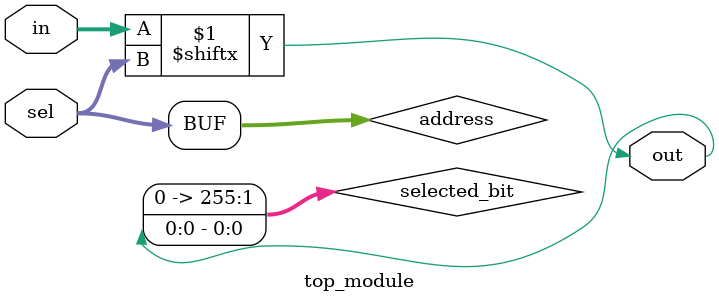
<source format=sv>
module top_module (
	input [255:0] in,
	input [7:0] sel,
	output  out
);

wire [7:0] address;
assign address = sel;

wire [255:0] selected_bit;
assign selected_bit = in[address];

assign out = selected_bit;

endmodule

</source>
